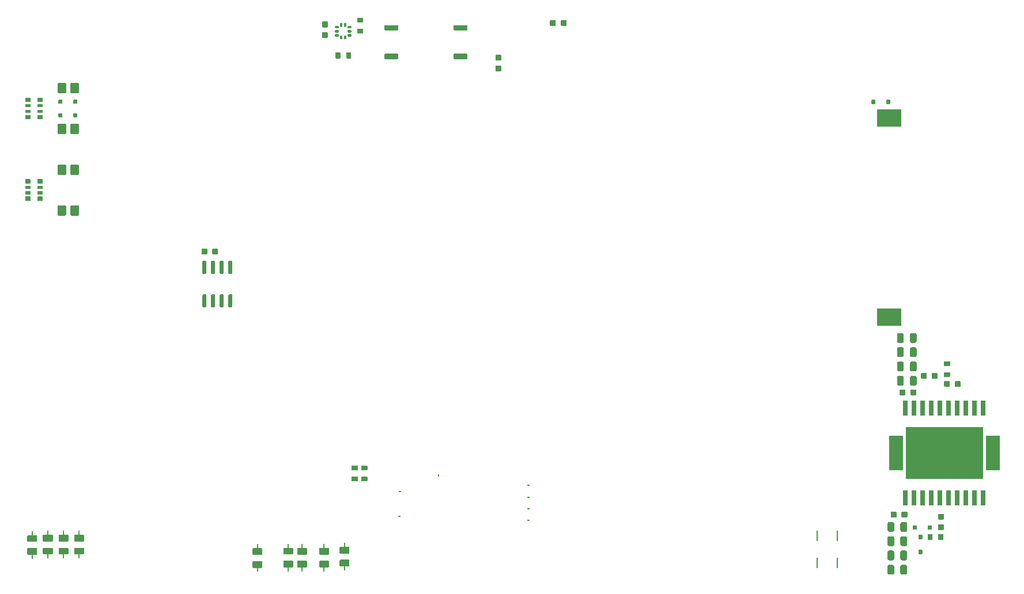
<source format=gtp>
G04 #@! TF.GenerationSoftware,KiCad,Pcbnew,(5.99.0-10192-g8d0191151d)*
G04 #@! TF.CreationDate,2021-04-27T20:27:15+03:00*
G04 #@! TF.ProjectId,hellen121vag,68656c6c-656e-4313-9231-7661672e6b69,a*
G04 #@! TF.SameCoordinates,PX2b953a0PY6943058*
G04 #@! TF.FileFunction,Paste,Top*
G04 #@! TF.FilePolarity,Positive*
%FSLAX46Y46*%
G04 Gerber Fmt 4.6, Leading zero omitted, Abs format (unit mm)*
G04 Created by KiCad (PCBNEW (5.99.0-10192-g8d0191151d)) date 2021-04-27 20:27:15*
%MOMM*%
%LPD*%
G01*
G04 APERTURE LIST*
%ADD10O,0.000001X0.000001*%
%ADD11R,0.203200X1.524000*%
%ADD12R,0.800000X2.200000*%
%ADD13R,2.032000X5.080000*%
%ADD14R,11.430000X7.620000*%
%ADD15R,3.600000X2.600000*%
%ADD16O,0.500000X0.250000*%
%ADD17O,0.250000X0.500000*%
G04 APERTURE END LIST*
G04 #@! TO.C,U3*
G36*
G01*
X34145000Y64850000D02*
X33845000Y64850000D01*
G75*
G02*
X33695000Y65000000I0J150000D01*
G01*
X33695000Y66650000D01*
G75*
G02*
X33845000Y66800000I150000J0D01*
G01*
X34145000Y66800000D01*
G75*
G02*
X34295000Y66650000I0J-150000D01*
G01*
X34295000Y65000000D01*
G75*
G02*
X34145000Y64850000I-150000J0D01*
G01*
G37*
G36*
G01*
X35415000Y64850000D02*
X35115000Y64850000D01*
G75*
G02*
X34965000Y65000000I0J150000D01*
G01*
X34965000Y66650000D01*
G75*
G02*
X35115000Y66800000I150000J0D01*
G01*
X35415000Y66800000D01*
G75*
G02*
X35565000Y66650000I0J-150000D01*
G01*
X35565000Y65000000D01*
G75*
G02*
X35415000Y64850000I-150000J0D01*
G01*
G37*
G36*
G01*
X36685000Y64850000D02*
X36385000Y64850000D01*
G75*
G02*
X36235000Y65000000I0J150000D01*
G01*
X36235000Y66650000D01*
G75*
G02*
X36385000Y66800000I150000J0D01*
G01*
X36685000Y66800000D01*
G75*
G02*
X36835000Y66650000I0J-150000D01*
G01*
X36835000Y65000000D01*
G75*
G02*
X36685000Y64850000I-150000J0D01*
G01*
G37*
G36*
G01*
X37955000Y64850000D02*
X37655000Y64850000D01*
G75*
G02*
X37505000Y65000000I0J150000D01*
G01*
X37505000Y66650000D01*
G75*
G02*
X37655000Y66800000I150000J0D01*
G01*
X37955000Y66800000D01*
G75*
G02*
X38105000Y66650000I0J-150000D01*
G01*
X38105000Y65000000D01*
G75*
G02*
X37955000Y64850000I-150000J0D01*
G01*
G37*
G36*
G01*
X37955000Y69800000D02*
X37655000Y69800000D01*
G75*
G02*
X37505000Y69950000I0J150000D01*
G01*
X37505000Y71600000D01*
G75*
G02*
X37655000Y71750000I150000J0D01*
G01*
X37955000Y71750000D01*
G75*
G02*
X38105000Y71600000I0J-150000D01*
G01*
X38105000Y69950000D01*
G75*
G02*
X37955000Y69800000I-150000J0D01*
G01*
G37*
G36*
G01*
X36685000Y69800000D02*
X36385000Y69800000D01*
G75*
G02*
X36235000Y69950000I0J150000D01*
G01*
X36235000Y71600000D01*
G75*
G02*
X36385000Y71750000I150000J0D01*
G01*
X36685000Y71750000D01*
G75*
G02*
X36835000Y71600000I0J-150000D01*
G01*
X36835000Y69950000D01*
G75*
G02*
X36685000Y69800000I-150000J0D01*
G01*
G37*
G36*
G01*
X35415000Y69800000D02*
X35115000Y69800000D01*
G75*
G02*
X34965000Y69950000I0J150000D01*
G01*
X34965000Y71600000D01*
G75*
G02*
X35115000Y71750000I150000J0D01*
G01*
X35415000Y71750000D01*
G75*
G02*
X35565000Y71600000I0J-150000D01*
G01*
X35565000Y69950000D01*
G75*
G02*
X35415000Y69800000I-150000J0D01*
G01*
G37*
G36*
G01*
X34145000Y69800000D02*
X33845000Y69800000D01*
G75*
G02*
X33695000Y69950000I0J150000D01*
G01*
X33695000Y71600000D01*
G75*
G02*
X33845000Y71750000I150000J0D01*
G01*
X34145000Y71750000D01*
G75*
G02*
X34295000Y71600000I0J-150000D01*
G01*
X34295000Y69950000D01*
G75*
G02*
X34145000Y69800000I-150000J0D01*
G01*
G37*
G04 #@! TD*
G04 #@! TO.C,C15*
G36*
G01*
X51360000Y106915001D02*
X52040000Y106915001D01*
G75*
G02*
X52125000Y106830001I0J-85000D01*
G01*
X52125000Y106150001D01*
G75*
G02*
X52040000Y106065001I-85000J0D01*
G01*
X51360000Y106065001D01*
G75*
G02*
X51275000Y106150001I0J85000D01*
G01*
X51275000Y106830001D01*
G75*
G02*
X51360000Y106915001I85000J0D01*
G01*
G37*
G36*
G01*
X51360000Y105334999D02*
X52040000Y105334999D01*
G75*
G02*
X52125000Y105249999I0J-85000D01*
G01*
X52125000Y104569999D01*
G75*
G02*
X52040000Y104484999I-85000J0D01*
G01*
X51360000Y104484999D01*
G75*
G02*
X51275000Y104569999I0J85000D01*
G01*
X51275000Y105249999D01*
G75*
G02*
X51360000Y105334999I85000J0D01*
G01*
G37*
G04 #@! TD*
G04 #@! TO.C,C6*
G36*
G01*
X77540000Y99584999D02*
X76860000Y99584999D01*
G75*
G02*
X76775000Y99669999I0J85000D01*
G01*
X76775000Y100349999D01*
G75*
G02*
X76860000Y100434999I85000J0D01*
G01*
X77540000Y100434999D01*
G75*
G02*
X77625000Y100349999I0J-85000D01*
G01*
X77625000Y99669999D01*
G75*
G02*
X77540000Y99584999I-85000J0D01*
G01*
G37*
G36*
G01*
X77540000Y101165001D02*
X76860000Y101165001D01*
G75*
G02*
X76775000Y101250001I0J85000D01*
G01*
X76775000Y101930001D01*
G75*
G02*
X76860000Y102015001I85000J0D01*
G01*
X77540000Y102015001D01*
G75*
G02*
X77625000Y101930001I0J-85000D01*
G01*
X77625000Y101250001D01*
G75*
G02*
X77540000Y101165001I-85000J0D01*
G01*
G37*
G04 #@! TD*
D10*
G04 #@! TO.C,M1*
X45912501Y97531666D03*
G04 #@! TD*
G04 #@! TO.C,M6*
X95546542Y48347505D03*
G04 #@! TD*
G04 #@! TO.C,D8*
G36*
G01*
X14312000Y90505000D02*
X14312000Y91745000D01*
G75*
G02*
X14442000Y91875000I130000J0D01*
G01*
X15482000Y91875000D01*
G75*
G02*
X15612000Y91745000I0J-130000D01*
G01*
X15612000Y90505000D01*
G75*
G02*
X15482000Y90375000I-130000J0D01*
G01*
X14442000Y90375000D01*
G75*
G02*
X14312000Y90505000I0J130000D01*
G01*
G37*
G36*
G01*
X12411979Y90505000D02*
X12411979Y91745000D01*
G75*
G02*
X12541979Y91875000I130000J0D01*
G01*
X13581979Y91875000D01*
G75*
G02*
X13711979Y91745000I0J-130000D01*
G01*
X13711979Y90505000D01*
G75*
G02*
X13581979Y90375000I-130000J0D01*
G01*
X12541979Y90375000D01*
G75*
G02*
X12411979Y90505000I0J130000D01*
G01*
G37*
G04 #@! TD*
G04 #@! TO.C,R13*
G36*
G01*
X8075000Y31375001D02*
X9325000Y31375001D01*
G75*
G02*
X9425000Y31275001I0J-100000D01*
G01*
X9425000Y30475001D01*
G75*
G02*
X9325000Y30375001I-100000J0D01*
G01*
X8075000Y30375001D01*
G75*
G02*
X7975000Y30475001I0J100000D01*
G01*
X7975000Y31275001D01*
G75*
G02*
X8075000Y31375001I100000J0D01*
G01*
G37*
D11*
X8700000Y31195000D03*
X8700000Y28655000D03*
G36*
G01*
X8075000Y29474979D02*
X9325000Y29474979D01*
G75*
G02*
X9425000Y29374979I0J-100000D01*
G01*
X9425000Y28574979D01*
G75*
G02*
X9325000Y28474979I-100000J0D01*
G01*
X8075000Y28474979D01*
G75*
G02*
X7975000Y28574979I0J100000D01*
G01*
X7975000Y29374979D01*
G75*
G02*
X8075000Y29474979I100000J0D01*
G01*
G37*
G04 #@! TD*
G04 #@! TO.C,R4*
G36*
G01*
X55225000Y26749999D02*
X53975000Y26749999D01*
G75*
G02*
X53875000Y26849999I0J100000D01*
G01*
X53875000Y27649999D01*
G75*
G02*
X53975000Y27749999I100000J0D01*
G01*
X55225000Y27749999D01*
G75*
G02*
X55325000Y27649999I0J-100000D01*
G01*
X55325000Y26849999D01*
G75*
G02*
X55225000Y26749999I-100000J0D01*
G01*
G37*
X54600000Y26930000D03*
G36*
G01*
X55225000Y28650021D02*
X53975000Y28650021D01*
G75*
G02*
X53875000Y28750021I0J100000D01*
G01*
X53875000Y29550021D01*
G75*
G02*
X53975000Y29650021I100000J0D01*
G01*
X55225000Y29650021D01*
G75*
G02*
X55325000Y29550021I0J-100000D01*
G01*
X55325000Y28750021D01*
G75*
G02*
X55225000Y28650021I-100000J0D01*
G01*
G37*
X54600000Y29470000D03*
G04 #@! TD*
G04 #@! TO.C,R16*
G36*
G01*
X7727000Y95725000D02*
X8397000Y95725000D01*
G75*
G02*
X8462000Y95660000I0J-65000D01*
G01*
X8462000Y95140000D01*
G75*
G02*
X8397000Y95075000I-65000J0D01*
G01*
X7727000Y95075000D01*
G75*
G02*
X7662000Y95140000I0J65000D01*
G01*
X7662000Y95660000D01*
G75*
G02*
X7727000Y95725000I65000J0D01*
G01*
G37*
G36*
G01*
X7707000Y94750000D02*
X8417000Y94750000D01*
G75*
G02*
X8462000Y94705000I0J-45000D01*
G01*
X8462000Y94345000D01*
G75*
G02*
X8417000Y94300000I-45000J0D01*
G01*
X7707000Y94300000D01*
G75*
G02*
X7662000Y94345000I0J45000D01*
G01*
X7662000Y94705000D01*
G75*
G02*
X7707000Y94750000I45000J0D01*
G01*
G37*
G36*
G01*
X7707000Y93950000D02*
X8417000Y93950000D01*
G75*
G02*
X8462000Y93905000I0J-45000D01*
G01*
X8462000Y93545000D01*
G75*
G02*
X8417000Y93500000I-45000J0D01*
G01*
X7707000Y93500000D01*
G75*
G02*
X7662000Y93545000I0J45000D01*
G01*
X7662000Y93905000D01*
G75*
G02*
X7707000Y93950000I45000J0D01*
G01*
G37*
G36*
G01*
X7727000Y93175000D02*
X8397000Y93175000D01*
G75*
G02*
X8462000Y93110000I0J-65000D01*
G01*
X8462000Y92590000D01*
G75*
G02*
X8397000Y92525000I-65000J0D01*
G01*
X7727000Y92525000D01*
G75*
G02*
X7662000Y92590000I0J65000D01*
G01*
X7662000Y93110000D01*
G75*
G02*
X7727000Y93175000I65000J0D01*
G01*
G37*
G36*
G01*
X9527000Y93175000D02*
X10197000Y93175000D01*
G75*
G02*
X10262000Y93110000I0J-65000D01*
G01*
X10262000Y92590000D01*
G75*
G02*
X10197000Y92525000I-65000J0D01*
G01*
X9527000Y92525000D01*
G75*
G02*
X9462000Y92590000I0J65000D01*
G01*
X9462000Y93110000D01*
G75*
G02*
X9527000Y93175000I65000J0D01*
G01*
G37*
G36*
G01*
X9507000Y93950000D02*
X10217000Y93950000D01*
G75*
G02*
X10262000Y93905000I0J-45000D01*
G01*
X10262000Y93545000D01*
G75*
G02*
X10217000Y93500000I-45000J0D01*
G01*
X9507000Y93500000D01*
G75*
G02*
X9462000Y93545000I0J45000D01*
G01*
X9462000Y93905000D01*
G75*
G02*
X9507000Y93950000I45000J0D01*
G01*
G37*
G36*
G01*
X9507000Y94750000D02*
X10217000Y94750000D01*
G75*
G02*
X10262000Y94705000I0J-45000D01*
G01*
X10262000Y94345000D01*
G75*
G02*
X10217000Y94300000I-45000J0D01*
G01*
X9507000Y94300000D01*
G75*
G02*
X9462000Y94345000I0J45000D01*
G01*
X9462000Y94705000D01*
G75*
G02*
X9507000Y94750000I45000J0D01*
G01*
G37*
G36*
G01*
X9527000Y95725000D02*
X10197000Y95725000D01*
G75*
G02*
X10262000Y95660000I0J-65000D01*
G01*
X10262000Y95140000D01*
G75*
G02*
X10197000Y95075000I-65000J0D01*
G01*
X9527000Y95075000D01*
G75*
G02*
X9462000Y95140000I0J65000D01*
G01*
X9462000Y95660000D01*
G75*
G02*
X9527000Y95725000I65000J0D01*
G01*
G37*
G04 #@! TD*
G04 #@! TO.C,C5*
G36*
G01*
X145122001Y53932163D02*
X145122001Y53252163D01*
G75*
G02*
X145037001Y53167163I-85000J0D01*
G01*
X144357001Y53167163D01*
G75*
G02*
X144272001Y53252163I0J85000D01*
G01*
X144272001Y53932163D01*
G75*
G02*
X144357001Y54017163I85000J0D01*
G01*
X145037001Y54017163D01*
G75*
G02*
X145122001Y53932163I0J-85000D01*
G01*
G37*
G36*
G01*
X143541999Y53932163D02*
X143541999Y53252163D01*
G75*
G02*
X143456999Y53167163I-85000J0D01*
G01*
X142776999Y53167163D01*
G75*
G02*
X142691999Y53252163I0J85000D01*
G01*
X142691999Y53932163D01*
G75*
G02*
X142776999Y54017163I85000J0D01*
G01*
X143456999Y54017163D01*
G75*
G02*
X143541999Y53932163I0J-85000D01*
G01*
G37*
G04 #@! TD*
G04 #@! TO.C,C11*
G36*
G01*
X134362000Y32104000D02*
X134362000Y33054000D01*
G75*
G02*
X134612000Y33304000I250000J0D01*
G01*
X135112000Y33304000D01*
G75*
G02*
X135362000Y33054000I0J-250000D01*
G01*
X135362000Y32104000D01*
G75*
G02*
X135112000Y31854000I-250000J0D01*
G01*
X134612000Y31854000D01*
G75*
G02*
X134362000Y32104000I0J250000D01*
G01*
G37*
G36*
G01*
X136262000Y32104000D02*
X136262000Y33054000D01*
G75*
G02*
X136512000Y33304000I250000J0D01*
G01*
X137012000Y33304000D01*
G75*
G02*
X137262000Y33054000I0J-250000D01*
G01*
X137262000Y32104000D01*
G75*
G02*
X137012000Y31854000I-250000J0D01*
G01*
X136512000Y31854000D01*
G75*
G02*
X136262000Y32104000I0J250000D01*
G01*
G37*
G04 #@! TD*
G04 #@! TO.C,R8*
G36*
G01*
X48975000Y26599999D02*
X47725000Y26599999D01*
G75*
G02*
X47625000Y26699999I0J100000D01*
G01*
X47625000Y27499999D01*
G75*
G02*
X47725000Y27599999I100000J0D01*
G01*
X48975000Y27599999D01*
G75*
G02*
X49075000Y27499999I0J-100000D01*
G01*
X49075000Y26699999D01*
G75*
G02*
X48975000Y26599999I-100000J0D01*
G01*
G37*
X48350000Y26780000D03*
X48350000Y29320000D03*
G36*
G01*
X48975000Y28500021D02*
X47725000Y28500021D01*
G75*
G02*
X47625000Y28600021I0J100000D01*
G01*
X47625000Y29400021D01*
G75*
G02*
X47725000Y29500021I100000J0D01*
G01*
X48975000Y29500021D01*
G75*
G02*
X49075000Y29400021I0J-100000D01*
G01*
X49075000Y28600021D01*
G75*
G02*
X48975000Y28500021I-100000J0D01*
G01*
G37*
G04 #@! TD*
G04 #@! TO.C,F1*
X124075000Y27250000D03*
X124075000Y31250010D03*
G04 #@! TD*
D12*
G04 #@! TO.C,U1*
X136992000Y36892163D03*
X138262000Y36892163D03*
X139532000Y36892163D03*
X140802000Y36892163D03*
X142072000Y36892163D03*
X143342000Y36892163D03*
X144612000Y36892163D03*
X145882000Y36892163D03*
X147152000Y36892163D03*
X148422000Y36892163D03*
X148422000Y50092163D03*
X147152000Y50092163D03*
X145882000Y50092163D03*
X144612000Y50092163D03*
X143342000Y50092163D03*
X142072000Y50092163D03*
X140802000Y50092163D03*
X139532000Y50092163D03*
X138262000Y50092163D03*
X136992000Y50092163D03*
D13*
X135595000Y43492163D03*
D14*
X142707000Y43492163D03*
D13*
X149819000Y43492163D03*
G04 #@! TD*
D10*
G04 #@! TO.C,M10*
X25350001Y74749997D03*
G04 #@! TD*
G04 #@! TO.C,D4*
G36*
G01*
X14312000Y96505000D02*
X14312000Y97745000D01*
G75*
G02*
X14442000Y97875000I130000J0D01*
G01*
X15482000Y97875000D01*
G75*
G02*
X15612000Y97745000I0J-130000D01*
G01*
X15612000Y96505000D01*
G75*
G02*
X15482000Y96375000I-130000J0D01*
G01*
X14442000Y96375000D01*
G75*
G02*
X14312000Y96505000I0J130000D01*
G01*
G37*
G36*
G01*
X12411979Y96505000D02*
X12411979Y97745000D01*
G75*
G02*
X12541979Y97875000I130000J0D01*
G01*
X13581979Y97875000D01*
G75*
G02*
X13711979Y97745000I0J-130000D01*
G01*
X13711979Y96505000D01*
G75*
G02*
X13581979Y96375000I-130000J0D01*
G01*
X12541979Y96375000D01*
G75*
G02*
X12411979Y96505000I0J130000D01*
G01*
G37*
G04 #@! TD*
G04 #@! TO.C,C16*
G36*
G01*
X36015001Y73440000D02*
X36015001Y72760000D01*
G75*
G02*
X35930001Y72675000I-85000J0D01*
G01*
X35250001Y72675000D01*
G75*
G02*
X35165001Y72760000I0J85000D01*
G01*
X35165001Y73440000D01*
G75*
G02*
X35250001Y73525000I85000J0D01*
G01*
X35930001Y73525000D01*
G75*
G02*
X36015001Y73440000I0J-85000D01*
G01*
G37*
G36*
G01*
X34434999Y73440000D02*
X34434999Y72760000D01*
G75*
G02*
X34349999Y72675000I-85000J0D01*
G01*
X33669999Y72675000D01*
G75*
G02*
X33584999Y72760000I0J85000D01*
G01*
X33584999Y73440000D01*
G75*
G02*
X33669999Y73525000I85000J0D01*
G01*
X34349999Y73525000D01*
G75*
G02*
X34434999Y73440000I0J-85000D01*
G01*
G37*
G04 #@! TD*
G04 #@! TO.C,S1*
G36*
G01*
X60542000Y106400001D02*
X62382000Y106400001D01*
G75*
G02*
X62462000Y106320001I0J-80000D01*
G01*
X62462000Y105680001D01*
G75*
G02*
X62382000Y105600001I-80000J0D01*
G01*
X60542000Y105600001D01*
G75*
G02*
X60462000Y105680001I0J80000D01*
G01*
X60462000Y106320001D01*
G75*
G02*
X60542000Y106400001I80000J0D01*
G01*
G37*
G36*
G01*
X60542000Y102200000D02*
X62382000Y102200000D01*
G75*
G02*
X62462000Y102120000I0J-80000D01*
G01*
X62462000Y101480000D01*
G75*
G02*
X62382000Y101400000I-80000J0D01*
G01*
X60542000Y101400000D01*
G75*
G02*
X60462000Y101480000I0J80000D01*
G01*
X60462000Y102120000D01*
G75*
G02*
X60542000Y102200000I80000J0D01*
G01*
G37*
G04 #@! TD*
D15*
G04 #@! TO.C,BT1*
X134600000Y92700000D03*
X134600000Y63400000D03*
G04 #@! TD*
G04 #@! TO.C,R5*
G36*
G01*
X142717000Y56942163D02*
X143497000Y56942163D01*
G75*
G02*
X143567000Y56872163I0J-70000D01*
G01*
X143567000Y56312163D01*
G75*
G02*
X143497000Y56242163I-70000J0D01*
G01*
X142717000Y56242163D01*
G75*
G02*
X142647000Y56312163I0J70000D01*
G01*
X142647000Y56872163D01*
G75*
G02*
X142717000Y56942163I70000J0D01*
G01*
G37*
G36*
G01*
X142717000Y55342163D02*
X143497000Y55342163D01*
G75*
G02*
X143567000Y55272163I0J-70000D01*
G01*
X143567000Y54712163D01*
G75*
G02*
X143497000Y54642163I-70000J0D01*
G01*
X142717000Y54642163D01*
G75*
G02*
X142647000Y54712163I0J70000D01*
G01*
X142647000Y55272163D01*
G75*
G02*
X142717000Y55342163I70000J0D01*
G01*
G37*
G04 #@! TD*
G04 #@! TO.C,U2*
G36*
G01*
X54200000Y104300000D02*
X54000000Y104300000D01*
G75*
G02*
X53900000Y104400000I0J100000D01*
G01*
X53900000Y104750000D01*
G75*
G02*
X54000000Y104850000I100000J0D01*
G01*
X54200000Y104850000D01*
G75*
G02*
X54300000Y104750000I0J-100000D01*
G01*
X54300000Y104400000D01*
G75*
G02*
X54200000Y104300000I-100000J0D01*
G01*
G37*
G36*
G01*
X54800000Y104300000D02*
X54600000Y104300000D01*
G75*
G02*
X54500000Y104400000I0J100000D01*
G01*
X54500000Y104750000D01*
G75*
G02*
X54600000Y104850000I100000J0D01*
G01*
X54800000Y104850000D01*
G75*
G02*
X54900000Y104750000I0J-100000D01*
G01*
X54900000Y104400000D01*
G75*
G02*
X54800000Y104300000I-100000J0D01*
G01*
G37*
G36*
G01*
X55500000Y104700000D02*
X55150000Y104700000D01*
G75*
G02*
X55050000Y104800000I0J100000D01*
G01*
X55050000Y105000000D01*
G75*
G02*
X55150000Y105100000I100000J0D01*
G01*
X55500000Y105100000D01*
G75*
G02*
X55600000Y105000000I0J-100000D01*
G01*
X55600000Y104800000D01*
G75*
G02*
X55500000Y104700000I-100000J0D01*
G01*
G37*
G36*
G01*
X55500000Y105300000D02*
X55150000Y105300000D01*
G75*
G02*
X55050000Y105400000I0J100000D01*
G01*
X55050000Y105600000D01*
G75*
G02*
X55150000Y105700000I100000J0D01*
G01*
X55500000Y105700000D01*
G75*
G02*
X55600000Y105600000I0J-100000D01*
G01*
X55600000Y105400000D01*
G75*
G02*
X55500000Y105300000I-100000J0D01*
G01*
G37*
G36*
G01*
X55500000Y105900000D02*
X55150000Y105900000D01*
G75*
G02*
X55050000Y106000000I0J100000D01*
G01*
X55050000Y106200000D01*
G75*
G02*
X55150000Y106300000I100000J0D01*
G01*
X55500000Y106300000D01*
G75*
G02*
X55600000Y106200000I0J-100000D01*
G01*
X55600000Y106000000D01*
G75*
G02*
X55500000Y105900000I-100000J0D01*
G01*
G37*
G36*
G01*
X54800000Y106150000D02*
X54600000Y106150000D01*
G75*
G02*
X54500000Y106250000I0J100000D01*
G01*
X54500000Y106600000D01*
G75*
G02*
X54600000Y106700000I100000J0D01*
G01*
X54800000Y106700000D01*
G75*
G02*
X54900000Y106600000I0J-100000D01*
G01*
X54900000Y106250000D01*
G75*
G02*
X54800000Y106150000I-100000J0D01*
G01*
G37*
G36*
G01*
X54200000Y106150000D02*
X54000000Y106150000D01*
G75*
G02*
X53900000Y106250000I0J100000D01*
G01*
X53900000Y106600000D01*
G75*
G02*
X54000000Y106700000I100000J0D01*
G01*
X54200000Y106700000D01*
G75*
G02*
X54300000Y106600000I0J-100000D01*
G01*
X54300000Y106250000D01*
G75*
G02*
X54200000Y106150000I-100000J0D01*
G01*
G37*
G36*
G01*
X53650000Y105900000D02*
X53300000Y105900000D01*
G75*
G02*
X53200000Y106000000I0J100000D01*
G01*
X53200000Y106200000D01*
G75*
G02*
X53300000Y106300000I100000J0D01*
G01*
X53650000Y106300000D01*
G75*
G02*
X53750000Y106200000I0J-100000D01*
G01*
X53750000Y106000000D01*
G75*
G02*
X53650000Y105900000I-100000J0D01*
G01*
G37*
G36*
G01*
X53650000Y105300000D02*
X53300000Y105300000D01*
G75*
G02*
X53200000Y105400000I0J100000D01*
G01*
X53200000Y105600000D01*
G75*
G02*
X53300000Y105700000I100000J0D01*
G01*
X53650000Y105700000D01*
G75*
G02*
X53750000Y105600000I0J-100000D01*
G01*
X53750000Y105400000D01*
G75*
G02*
X53650000Y105300000I-100000J0D01*
G01*
G37*
G36*
G01*
X53650000Y104700000D02*
X53300000Y104700000D01*
G75*
G02*
X53200000Y104800000I0J100000D01*
G01*
X53200000Y105000000D01*
G75*
G02*
X53300000Y105100000I100000J0D01*
G01*
X53650000Y105100000D01*
G75*
G02*
X53750000Y105000000I0J-100000D01*
G01*
X53750000Y104800000D01*
G75*
G02*
X53650000Y104700000I-100000J0D01*
G01*
G37*
G04 #@! TD*
G04 #@! TO.C,D5*
G36*
G01*
X15302000Y92825000D02*
X14822000Y92825000D01*
G75*
G02*
X14762000Y92885000I0J60000D01*
G01*
X14762000Y93365000D01*
G75*
G02*
X14822000Y93425000I60000J0D01*
G01*
X15302000Y93425000D01*
G75*
G02*
X15362000Y93365000I0J-60000D01*
G01*
X15362000Y92885000D01*
G75*
G02*
X15302000Y92825000I-60000J0D01*
G01*
G37*
G36*
G01*
X13102000Y92825000D02*
X12622000Y92825000D01*
G75*
G02*
X12562000Y92885000I0J60000D01*
G01*
X12562000Y93365000D01*
G75*
G02*
X12622000Y93425000I60000J0D01*
G01*
X13102000Y93425000D01*
G75*
G02*
X13162000Y93365000I0J-60000D01*
G01*
X13162000Y92885000D01*
G75*
G02*
X13102000Y92825000I-60000J0D01*
G01*
G37*
G04 #@! TD*
G04 #@! TO.C,R18*
G36*
G01*
X53274986Y101550001D02*
X53274986Y102330001D01*
G75*
G02*
X53344986Y102400001I70000J0D01*
G01*
X53904986Y102400001D01*
G75*
G02*
X53974986Y102330001I0J-70000D01*
G01*
X53974986Y101550001D01*
G75*
G02*
X53904986Y101480001I-70000J0D01*
G01*
X53344986Y101480001D01*
G75*
G02*
X53274986Y101550001I0J70000D01*
G01*
G37*
G36*
G01*
X54874986Y101550001D02*
X54874986Y102330001D01*
G75*
G02*
X54944986Y102400001I70000J0D01*
G01*
X55504986Y102400001D01*
G75*
G02*
X55574986Y102330001I0J-70000D01*
G01*
X55574986Y101550001D01*
G75*
G02*
X55504986Y101480001I-70000J0D01*
G01*
X54944986Y101480001D01*
G75*
G02*
X54874986Y101550001I0J70000D01*
G01*
G37*
G04 #@! TD*
G04 #@! TO.C,R10*
G36*
G01*
X12675000Y31425001D02*
X13925000Y31425001D01*
G75*
G02*
X14025000Y31325001I0J-100000D01*
G01*
X14025000Y30525001D01*
G75*
G02*
X13925000Y30425001I-100000J0D01*
G01*
X12675000Y30425001D01*
G75*
G02*
X12575000Y30525001I0J100000D01*
G01*
X12575000Y31325001D01*
G75*
G02*
X12675000Y31425001I100000J0D01*
G01*
G37*
D11*
X13300000Y31245000D03*
G36*
G01*
X12675000Y29524979D02*
X13925000Y29524979D01*
G75*
G02*
X14025000Y29424979I0J-100000D01*
G01*
X14025000Y28624979D01*
G75*
G02*
X13925000Y28524979I-100000J0D01*
G01*
X12675000Y28524979D01*
G75*
G02*
X12575000Y28624979I0J100000D01*
G01*
X12575000Y29424979D01*
G75*
G02*
X12675000Y29524979I100000J0D01*
G01*
G37*
X13300000Y28705000D03*
G04 #@! TD*
G04 #@! TO.C,D3*
G36*
G01*
X15302000Y94825000D02*
X14822000Y94825000D01*
G75*
G02*
X14762000Y94885000I0J60000D01*
G01*
X14762000Y95365000D01*
G75*
G02*
X14822000Y95425000I60000J0D01*
G01*
X15302000Y95425000D01*
G75*
G02*
X15362000Y95365000I0J-60000D01*
G01*
X15362000Y94885000D01*
G75*
G02*
X15302000Y94825000I-60000J0D01*
G01*
G37*
G36*
G01*
X13102000Y94825000D02*
X12622000Y94825000D01*
G75*
G02*
X12562000Y94885000I0J60000D01*
G01*
X12562000Y95365000D01*
G75*
G02*
X12622000Y95425000I60000J0D01*
G01*
X13102000Y95425000D01*
G75*
G02*
X13162000Y95365000I0J-60000D01*
G01*
X13162000Y94885000D01*
G75*
G02*
X13102000Y94825000I-60000J0D01*
G01*
G37*
G04 #@! TD*
G04 #@! TO.C,R9*
G36*
G01*
X52225000Y26599999D02*
X50975000Y26599999D01*
G75*
G02*
X50875000Y26699999I0J100000D01*
G01*
X50875000Y27499999D01*
G75*
G02*
X50975000Y27599999I100000J0D01*
G01*
X52225000Y27599999D01*
G75*
G02*
X52325000Y27499999I0J-100000D01*
G01*
X52325000Y26699999D01*
G75*
G02*
X52225000Y26599999I-100000J0D01*
G01*
G37*
X51600000Y26780000D03*
G36*
G01*
X52225000Y28500021D02*
X50975000Y28500021D01*
G75*
G02*
X50875000Y28600021I0J100000D01*
G01*
X50875000Y29400021D01*
G75*
G02*
X50975000Y29500021I100000J0D01*
G01*
X52225000Y29500021D01*
G75*
G02*
X52325000Y29400021I0J-100000D01*
G01*
X52325000Y28600021D01*
G75*
G02*
X52225000Y28500021I-100000J0D01*
G01*
G37*
X51600000Y29320000D03*
G04 #@! TD*
D16*
G04 #@! TO.C,M11*
X81649997Y38700000D03*
X81649997Y36974998D03*
X81649997Y35249998D03*
X81649997Y33550000D03*
D17*
X68449998Y40175000D03*
D16*
X62694124Y34153602D03*
X62699996Y37775000D03*
G04 #@! TD*
G04 #@! TO.C,C8*
G36*
G01*
X135762000Y57804000D02*
X135762000Y58754000D01*
G75*
G02*
X136012000Y59004000I250000J0D01*
G01*
X136512000Y59004000D01*
G75*
G02*
X136762000Y58754000I0J-250000D01*
G01*
X136762000Y57804000D01*
G75*
G02*
X136512000Y57554000I-250000J0D01*
G01*
X136012000Y57554000D01*
G75*
G02*
X135762000Y57804000I0J250000D01*
G01*
G37*
G36*
G01*
X137662000Y57804000D02*
X137662000Y58754000D01*
G75*
G02*
X137912000Y59004000I250000J0D01*
G01*
X138412000Y59004000D01*
G75*
G02*
X138662000Y58754000I0J-250000D01*
G01*
X138662000Y57804000D01*
G75*
G02*
X138412000Y57554000I-250000J0D01*
G01*
X137912000Y57554000D01*
G75*
G02*
X137662000Y57804000I0J250000D01*
G01*
G37*
G04 #@! TD*
G04 #@! TO.C,D9*
G36*
G01*
X132060000Y95400000D02*
X132540000Y95400000D01*
G75*
G02*
X132600000Y95340000I0J-60000D01*
G01*
X132600000Y94860000D01*
G75*
G02*
X132540000Y94800000I-60000J0D01*
G01*
X132060000Y94800000D01*
G75*
G02*
X132000000Y94860000I0J60000D01*
G01*
X132000000Y95340000D01*
G75*
G02*
X132060000Y95400000I60000J0D01*
G01*
G37*
G36*
G01*
X134260000Y95400000D02*
X134740000Y95400000D01*
G75*
G02*
X134800000Y95340000I0J-60000D01*
G01*
X134800000Y94860000D01*
G75*
G02*
X134740000Y94800000I-60000J0D01*
G01*
X134260000Y94800000D01*
G75*
G02*
X134200000Y94860000I0J60000D01*
G01*
X134200000Y95340000D01*
G75*
G02*
X134260000Y95400000I60000J0D01*
G01*
G37*
G04 #@! TD*
G04 #@! TO.C,R6*
G36*
G01*
X57110000Y41600000D02*
X57890000Y41600000D01*
G75*
G02*
X57960000Y41530000I0J-70000D01*
G01*
X57960000Y40970000D01*
G75*
G02*
X57890000Y40900000I-70000J0D01*
G01*
X57110000Y40900000D01*
G75*
G02*
X57040000Y40970000I0J70000D01*
G01*
X57040000Y41530000D01*
G75*
G02*
X57110000Y41600000I70000J0D01*
G01*
G37*
G36*
G01*
X57110000Y40000000D02*
X57890000Y40000000D01*
G75*
G02*
X57960000Y39930000I0J-70000D01*
G01*
X57960000Y39370000D01*
G75*
G02*
X57890000Y39300000I-70000J0D01*
G01*
X57110000Y39300000D01*
G75*
G02*
X57040000Y39370000I0J70000D01*
G01*
X57040000Y39930000D01*
G75*
G02*
X57110000Y40000000I70000J0D01*
G01*
G37*
G04 #@! TD*
G04 #@! TO.C,R19*
G36*
G01*
X56510000Y107450000D02*
X57290000Y107450000D01*
G75*
G02*
X57360000Y107380000I0J-70000D01*
G01*
X57360000Y106820000D01*
G75*
G02*
X57290000Y106750000I-70000J0D01*
G01*
X56510000Y106750000D01*
G75*
G02*
X56440000Y106820000I0J70000D01*
G01*
X56440000Y107380000D01*
G75*
G02*
X56510000Y107450000I70000J0D01*
G01*
G37*
G36*
G01*
X56510000Y105850000D02*
X57290000Y105850000D01*
G75*
G02*
X57360000Y105780000I0J-70000D01*
G01*
X57360000Y105220000D01*
G75*
G02*
X57290000Y105150000I-70000J0D01*
G01*
X56510000Y105150000D01*
G75*
G02*
X56440000Y105220000I0J70000D01*
G01*
X56440000Y105780000D01*
G75*
G02*
X56510000Y105850000I70000J0D01*
G01*
G37*
G04 #@! TD*
G04 #@! TO.C,C10*
G36*
G01*
X135762000Y53604000D02*
X135762000Y54554000D01*
G75*
G02*
X136012000Y54804000I250000J0D01*
G01*
X136512000Y54804000D01*
G75*
G02*
X136762000Y54554000I0J-250000D01*
G01*
X136762000Y53604000D01*
G75*
G02*
X136512000Y53354000I-250000J0D01*
G01*
X136012000Y53354000D01*
G75*
G02*
X135762000Y53604000I0J250000D01*
G01*
G37*
G36*
G01*
X137662000Y53604000D02*
X137662000Y54554000D01*
G75*
G02*
X137912000Y54804000I250000J0D01*
G01*
X138412000Y54804000D01*
G75*
G02*
X138662000Y54554000I0J-250000D01*
G01*
X138662000Y53604000D01*
G75*
G02*
X138412000Y53354000I-250000J0D01*
G01*
X137912000Y53354000D01*
G75*
G02*
X137662000Y53604000I0J250000D01*
G01*
G37*
G04 #@! TD*
G04 #@! TO.C,R2*
G36*
G01*
X46950000Y26619999D02*
X45700000Y26619999D01*
G75*
G02*
X45600000Y26719999I0J100000D01*
G01*
X45600000Y27519999D01*
G75*
G02*
X45700000Y27619999I100000J0D01*
G01*
X46950000Y27619999D01*
G75*
G02*
X47050000Y27519999I0J-100000D01*
G01*
X47050000Y26719999D01*
G75*
G02*
X46950000Y26619999I-100000J0D01*
G01*
G37*
D11*
X46325000Y26800000D03*
G36*
G01*
X46950000Y28520021D02*
X45700000Y28520021D01*
G75*
G02*
X45600000Y28620021I0J100000D01*
G01*
X45600000Y29420021D01*
G75*
G02*
X45700000Y29520021I100000J0D01*
G01*
X46950000Y29520021D01*
G75*
G02*
X47050000Y29420021I0J-100000D01*
G01*
X47050000Y28620021D01*
G75*
G02*
X46950000Y28520021I-100000J0D01*
G01*
G37*
X46325000Y29340000D03*
G04 #@! TD*
G04 #@! TO.C,R12*
X15600000Y31245021D03*
G36*
G01*
X14975000Y31425022D02*
X16225000Y31425022D01*
G75*
G02*
X16325000Y31325022I0J-100000D01*
G01*
X16325000Y30525022D01*
G75*
G02*
X16225000Y30425022I-100000J0D01*
G01*
X14975000Y30425022D01*
G75*
G02*
X14875000Y30525022I0J100000D01*
G01*
X14875000Y31325022D01*
G75*
G02*
X14975000Y31425022I100000J0D01*
G01*
G37*
X15600000Y28705021D03*
G36*
G01*
X14975000Y29525000D02*
X16225000Y29525000D01*
G75*
G02*
X16325000Y29425000I0J-100000D01*
G01*
X16325000Y28625000D01*
G75*
G02*
X16225000Y28525000I-100000J0D01*
G01*
X14975000Y28525000D01*
G75*
G02*
X14875000Y28625000I0J100000D01*
G01*
X14875000Y29425000D01*
G75*
G02*
X14975000Y29525000I100000J0D01*
G01*
G37*
G04 #@! TD*
G04 #@! TO.C,F2*
X126975000Y27250000D03*
X126975000Y31250010D03*
G04 #@! TD*
G04 #@! TO.C,C14*
G36*
G01*
X134362000Y30004000D02*
X134362000Y30954000D01*
G75*
G02*
X134612000Y31204000I250000J0D01*
G01*
X135112000Y31204000D01*
G75*
G02*
X135362000Y30954000I0J-250000D01*
G01*
X135362000Y30004000D01*
G75*
G02*
X135112000Y29754000I-250000J0D01*
G01*
X134612000Y29754000D01*
G75*
G02*
X134362000Y30004000I0J250000D01*
G01*
G37*
G36*
G01*
X136262000Y30004000D02*
X136262000Y30954000D01*
G75*
G02*
X136512000Y31204000I250000J0D01*
G01*
X137012000Y31204000D01*
G75*
G02*
X137262000Y30954000I0J-250000D01*
G01*
X137262000Y30004000D01*
G75*
G02*
X137012000Y29754000I-250000J0D01*
G01*
X136512000Y29754000D01*
G75*
G02*
X136262000Y30004000I0J250000D01*
G01*
G37*
G04 #@! TD*
G04 #@! TO.C,C3*
G36*
G01*
X141722001Y55132163D02*
X141722001Y54452163D01*
G75*
G02*
X141637001Y54367163I-85000J0D01*
G01*
X140957001Y54367163D01*
G75*
G02*
X140872001Y54452163I0J85000D01*
G01*
X140872001Y55132163D01*
G75*
G02*
X140957001Y55217163I85000J0D01*
G01*
X141637001Y55217163D01*
G75*
G02*
X141722001Y55132163I0J-85000D01*
G01*
G37*
G36*
G01*
X140141999Y55132163D02*
X140141999Y54452163D01*
G75*
G02*
X140056999Y54367163I-85000J0D01*
G01*
X139376999Y54367163D01*
G75*
G02*
X139291999Y54452163I0J85000D01*
G01*
X139291999Y55132163D01*
G75*
G02*
X139376999Y55217163I85000J0D01*
G01*
X140056999Y55217163D01*
G75*
G02*
X140141999Y55132163I0J-85000D01*
G01*
G37*
G04 #@! TD*
G04 #@! TO.C,C2*
G36*
G01*
X134856998Y34039000D02*
X134856998Y34719000D01*
G75*
G02*
X134941998Y34804000I85000J0D01*
G01*
X135621998Y34804000D01*
G75*
G02*
X135706998Y34719000I0J-85000D01*
G01*
X135706998Y34039000D01*
G75*
G02*
X135621998Y33954000I-85000J0D01*
G01*
X134941998Y33954000D01*
G75*
G02*
X134856998Y34039000I0J85000D01*
G01*
G37*
G36*
G01*
X136437000Y34039000D02*
X136437000Y34719000D01*
G75*
G02*
X136522000Y34804000I85000J0D01*
G01*
X137202000Y34804000D01*
G75*
G02*
X137287000Y34719000I0J-85000D01*
G01*
X137287000Y34039000D01*
G75*
G02*
X137202000Y33954000I-85000J0D01*
G01*
X136522000Y33954000D01*
G75*
G02*
X136437000Y34039000I0J85000D01*
G01*
G37*
G04 #@! TD*
G04 #@! TO.C,C12*
G36*
G01*
X134362000Y27904000D02*
X134362000Y28854000D01*
G75*
G02*
X134612000Y29104000I250000J0D01*
G01*
X135112000Y29104000D01*
G75*
G02*
X135362000Y28854000I0J-250000D01*
G01*
X135362000Y27904000D01*
G75*
G02*
X135112000Y27654000I-250000J0D01*
G01*
X134612000Y27654000D01*
G75*
G02*
X134362000Y27904000I0J250000D01*
G01*
G37*
G36*
G01*
X136262000Y27904000D02*
X136262000Y28854000D01*
G75*
G02*
X136512000Y29104000I250000J0D01*
G01*
X137012000Y29104000D01*
G75*
G02*
X137262000Y28854000I0J-250000D01*
G01*
X137262000Y27904000D01*
G75*
G02*
X137012000Y27654000I-250000J0D01*
G01*
X136512000Y27654000D01*
G75*
G02*
X136262000Y27904000I0J250000D01*
G01*
G37*
G04 #@! TD*
G04 #@! TO.C,C7*
G36*
G01*
X135762000Y59904000D02*
X135762000Y60854000D01*
G75*
G02*
X136012000Y61104000I250000J0D01*
G01*
X136512000Y61104000D01*
G75*
G02*
X136762000Y60854000I0J-250000D01*
G01*
X136762000Y59904000D01*
G75*
G02*
X136512000Y59654000I-250000J0D01*
G01*
X136012000Y59654000D01*
G75*
G02*
X135762000Y59904000I0J250000D01*
G01*
G37*
G36*
G01*
X137662000Y59904000D02*
X137662000Y60854000D01*
G75*
G02*
X137912000Y61104000I250000J0D01*
G01*
X138412000Y61104000D01*
G75*
G02*
X138662000Y60854000I0J-250000D01*
G01*
X138662000Y59904000D01*
G75*
G02*
X138412000Y59654000I-250000J0D01*
G01*
X137912000Y59654000D01*
G75*
G02*
X137662000Y59904000I0J250000D01*
G01*
G37*
G04 #@! TD*
G04 #@! TO.C,C9*
G36*
G01*
X135762000Y55704000D02*
X135762000Y56654000D01*
G75*
G02*
X136012000Y56904000I250000J0D01*
G01*
X136512000Y56904000D01*
G75*
G02*
X136762000Y56654000I0J-250000D01*
G01*
X136762000Y55704000D01*
G75*
G02*
X136512000Y55454000I-250000J0D01*
G01*
X136012000Y55454000D01*
G75*
G02*
X135762000Y55704000I0J250000D01*
G01*
G37*
G36*
G01*
X137662000Y55704000D02*
X137662000Y56654000D01*
G75*
G02*
X137912000Y56904000I250000J0D01*
G01*
X138412000Y56904000D01*
G75*
G02*
X138662000Y56654000I0J-250000D01*
G01*
X138662000Y55704000D01*
G75*
G02*
X138412000Y55454000I-250000J0D01*
G01*
X137912000Y55454000D01*
G75*
G02*
X137662000Y55704000I0J250000D01*
G01*
G37*
G04 #@! TD*
D10*
G04 #@! TO.C,M2*
X127107496Y94825008D03*
X88412498Y95369312D03*
X103287500Y98775023D03*
X127107501Y96725009D03*
X90112515Y93367335D03*
G04 #@! TD*
G04 #@! TO.C,R17*
G36*
G01*
X7727000Y83725000D02*
X8397000Y83725000D01*
G75*
G02*
X8462000Y83660000I0J-65000D01*
G01*
X8462000Y83140000D01*
G75*
G02*
X8397000Y83075000I-65000J0D01*
G01*
X7727000Y83075000D01*
G75*
G02*
X7662000Y83140000I0J65000D01*
G01*
X7662000Y83660000D01*
G75*
G02*
X7727000Y83725000I65000J0D01*
G01*
G37*
G36*
G01*
X7707000Y82750000D02*
X8417000Y82750000D01*
G75*
G02*
X8462000Y82705000I0J-45000D01*
G01*
X8462000Y82345000D01*
G75*
G02*
X8417000Y82300000I-45000J0D01*
G01*
X7707000Y82300000D01*
G75*
G02*
X7662000Y82345000I0J45000D01*
G01*
X7662000Y82705000D01*
G75*
G02*
X7707000Y82750000I45000J0D01*
G01*
G37*
G36*
G01*
X7707000Y81950000D02*
X8417000Y81950000D01*
G75*
G02*
X8462000Y81905000I0J-45000D01*
G01*
X8462000Y81545000D01*
G75*
G02*
X8417000Y81500000I-45000J0D01*
G01*
X7707000Y81500000D01*
G75*
G02*
X7662000Y81545000I0J45000D01*
G01*
X7662000Y81905000D01*
G75*
G02*
X7707000Y81950000I45000J0D01*
G01*
G37*
G36*
G01*
X7727000Y81175000D02*
X8397000Y81175000D01*
G75*
G02*
X8462000Y81110000I0J-65000D01*
G01*
X8462000Y80590000D01*
G75*
G02*
X8397000Y80525000I-65000J0D01*
G01*
X7727000Y80525000D01*
G75*
G02*
X7662000Y80590000I0J65000D01*
G01*
X7662000Y81110000D01*
G75*
G02*
X7727000Y81175000I65000J0D01*
G01*
G37*
G36*
G01*
X9527000Y81175000D02*
X10197000Y81175000D01*
G75*
G02*
X10262000Y81110000I0J-65000D01*
G01*
X10262000Y80590000D01*
G75*
G02*
X10197000Y80525000I-65000J0D01*
G01*
X9527000Y80525000D01*
G75*
G02*
X9462000Y80590000I0J65000D01*
G01*
X9462000Y81110000D01*
G75*
G02*
X9527000Y81175000I65000J0D01*
G01*
G37*
G36*
G01*
X9507000Y81950000D02*
X10217000Y81950000D01*
G75*
G02*
X10262000Y81905000I0J-45000D01*
G01*
X10262000Y81545000D01*
G75*
G02*
X10217000Y81500000I-45000J0D01*
G01*
X9507000Y81500000D01*
G75*
G02*
X9462000Y81545000I0J45000D01*
G01*
X9462000Y81905000D01*
G75*
G02*
X9507000Y81950000I45000J0D01*
G01*
G37*
G36*
G01*
X9507000Y82750000D02*
X10217000Y82750000D01*
G75*
G02*
X10262000Y82705000I0J-45000D01*
G01*
X10262000Y82345000D01*
G75*
G02*
X10217000Y82300000I-45000J0D01*
G01*
X9507000Y82300000D01*
G75*
G02*
X9462000Y82345000I0J45000D01*
G01*
X9462000Y82705000D01*
G75*
G02*
X9507000Y82750000I45000J0D01*
G01*
G37*
G36*
G01*
X9527000Y83725000D02*
X10197000Y83725000D01*
G75*
G02*
X10262000Y83660000I0J-65000D01*
G01*
X10262000Y83140000D01*
G75*
G02*
X10197000Y83075000I-65000J0D01*
G01*
X9527000Y83075000D01*
G75*
G02*
X9462000Y83140000I0J65000D01*
G01*
X9462000Y83660000D01*
G75*
G02*
X9527000Y83725000I65000J0D01*
G01*
G37*
G04 #@! TD*
D11*
G04 #@! TO.C,R3*
X41800000Y26735000D03*
G36*
G01*
X42425000Y26554999D02*
X41175000Y26554999D01*
G75*
G02*
X41075000Y26654999I0J100000D01*
G01*
X41075000Y27454999D01*
G75*
G02*
X41175000Y27554999I100000J0D01*
G01*
X42425000Y27554999D01*
G75*
G02*
X42525000Y27454999I0J-100000D01*
G01*
X42525000Y26654999D01*
G75*
G02*
X42425000Y26554999I-100000J0D01*
G01*
G37*
X41800000Y29275000D03*
G36*
G01*
X42425000Y28455021D02*
X41175000Y28455021D01*
G75*
G02*
X41075000Y28555021I0J100000D01*
G01*
X41075000Y29355021D01*
G75*
G02*
X41175000Y29455021I100000J0D01*
G01*
X42425000Y29455021D01*
G75*
G02*
X42525000Y29355021I0J-100000D01*
G01*
X42525000Y28555021D01*
G75*
G02*
X42425000Y28455021I-100000J0D01*
G01*
G37*
G04 #@! TD*
G04 #@! TO.C,S2*
G36*
G01*
X72545000Y101399999D02*
X70705000Y101399999D01*
G75*
G02*
X70625000Y101479999I0J80000D01*
G01*
X70625000Y102119999D01*
G75*
G02*
X70705000Y102199999I80000J0D01*
G01*
X72545000Y102199999D01*
G75*
G02*
X72625000Y102119999I0J-80000D01*
G01*
X72625000Y101479999D01*
G75*
G02*
X72545000Y101399999I-80000J0D01*
G01*
G37*
G36*
G01*
X72545000Y105600000D02*
X70705000Y105600000D01*
G75*
G02*
X70625000Y105680000I0J80000D01*
G01*
X70625000Y106320000D01*
G75*
G02*
X70705000Y106400000I80000J0D01*
G01*
X72545000Y106400000D01*
G75*
G02*
X72625000Y106320000I0J-80000D01*
G01*
X72625000Y105680000D01*
G75*
G02*
X72545000Y105600000I-80000J0D01*
G01*
G37*
G04 #@! TD*
G04 #@! TO.C,D7*
G36*
G01*
X14312000Y78505000D02*
X14312000Y79745000D01*
G75*
G02*
X14442000Y79875000I130000J0D01*
G01*
X15482000Y79875000D01*
G75*
G02*
X15612000Y79745000I0J-130000D01*
G01*
X15612000Y78505000D01*
G75*
G02*
X15482000Y78375000I-130000J0D01*
G01*
X14442000Y78375000D01*
G75*
G02*
X14312000Y78505000I0J130000D01*
G01*
G37*
G36*
G01*
X12411979Y78505000D02*
X12411979Y79745000D01*
G75*
G02*
X12541979Y79875000I130000J0D01*
G01*
X13581979Y79875000D01*
G75*
G02*
X13711979Y79745000I0J-130000D01*
G01*
X13711979Y78505000D01*
G75*
G02*
X13581979Y78375000I-130000J0D01*
G01*
X12541979Y78375000D01*
G75*
G02*
X12411979Y78505000I0J130000D01*
G01*
G37*
G04 #@! TD*
G04 #@! TO.C,C13*
G36*
G01*
X134362000Y25804000D02*
X134362000Y26754000D01*
G75*
G02*
X134612000Y27004000I250000J0D01*
G01*
X135112000Y27004000D01*
G75*
G02*
X135362000Y26754000I0J-250000D01*
G01*
X135362000Y25804000D01*
G75*
G02*
X135112000Y25554000I-250000J0D01*
G01*
X134612000Y25554000D01*
G75*
G02*
X134362000Y25804000I0J250000D01*
G01*
G37*
G36*
G01*
X136262000Y25804000D02*
X136262000Y26754000D01*
G75*
G02*
X136512000Y27004000I250000J0D01*
G01*
X137012000Y27004000D01*
G75*
G02*
X137262000Y26754000I0J-250000D01*
G01*
X137262000Y25804000D01*
G75*
G02*
X137012000Y25554000I-250000J0D01*
G01*
X136512000Y25554000D01*
G75*
G02*
X136262000Y25804000I0J250000D01*
G01*
G37*
G04 #@! TD*
G04 #@! TO.C,R1*
G36*
G01*
X140257000Y30702163D02*
X140257000Y31482163D01*
G75*
G02*
X140327000Y31552163I70000J0D01*
G01*
X140887000Y31552163D01*
G75*
G02*
X140957000Y31482163I0J-70000D01*
G01*
X140957000Y30702163D01*
G75*
G02*
X140887000Y30632163I-70000J0D01*
G01*
X140327000Y30632163D01*
G75*
G02*
X140257000Y30702163I0J70000D01*
G01*
G37*
G36*
G01*
X141857000Y30702163D02*
X141857000Y31482163D01*
G75*
G02*
X141927000Y31552163I70000J0D01*
G01*
X142487000Y31552163D01*
G75*
G02*
X142557000Y31482163I0J-70000D01*
G01*
X142557000Y30702163D01*
G75*
G02*
X142487000Y30632163I-70000J0D01*
G01*
X141927000Y30632163D01*
G75*
G02*
X141857000Y30702163I0J70000D01*
G01*
G37*
G04 #@! TD*
G04 #@! TO.C,D2*
G36*
G01*
X138167000Y32792163D02*
X138647000Y32792163D01*
G75*
G02*
X138707000Y32732163I0J-60000D01*
G01*
X138707000Y32252163D01*
G75*
G02*
X138647000Y32192163I-60000J0D01*
G01*
X138167000Y32192163D01*
G75*
G02*
X138107000Y32252163I0J60000D01*
G01*
X138107000Y32732163D01*
G75*
G02*
X138167000Y32792163I60000J0D01*
G01*
G37*
G36*
G01*
X140367000Y32792163D02*
X140847000Y32792163D01*
G75*
G02*
X140907000Y32732163I0J-60000D01*
G01*
X140907000Y32252163D01*
G75*
G02*
X140847000Y32192163I-60000J0D01*
G01*
X140367000Y32192163D01*
G75*
G02*
X140307000Y32252163I0J60000D01*
G01*
X140307000Y32732163D01*
G75*
G02*
X140367000Y32792163I60000J0D01*
G01*
G37*
G04 #@! TD*
G04 #@! TO.C,D6*
G36*
G01*
X14312000Y84505000D02*
X14312000Y85745000D01*
G75*
G02*
X14442000Y85875000I130000J0D01*
G01*
X15482000Y85875000D01*
G75*
G02*
X15612000Y85745000I0J-130000D01*
G01*
X15612000Y84505000D01*
G75*
G02*
X15482000Y84375000I-130000J0D01*
G01*
X14442000Y84375000D01*
G75*
G02*
X14312000Y84505000I0J130000D01*
G01*
G37*
G36*
G01*
X12411979Y84505000D02*
X12411979Y85745000D01*
G75*
G02*
X12541979Y85875000I130000J0D01*
G01*
X13581979Y85875000D01*
G75*
G02*
X13711979Y85745000I0J-130000D01*
G01*
X13711979Y84505000D01*
G75*
G02*
X13581979Y84375000I-130000J0D01*
G01*
X12541979Y84375000D01*
G75*
G02*
X12411979Y84505000I0J130000D01*
G01*
G37*
G04 #@! TD*
G04 #@! TO.C,C17*
G36*
G01*
X87215001Y107040000D02*
X87215001Y106360000D01*
G75*
G02*
X87130001Y106275000I-85000J0D01*
G01*
X86450001Y106275000D01*
G75*
G02*
X86365001Y106360000I0J85000D01*
G01*
X86365001Y107040000D01*
G75*
G02*
X86450001Y107125000I85000J0D01*
G01*
X87130001Y107125000D01*
G75*
G02*
X87215001Y107040000I0J-85000D01*
G01*
G37*
G36*
G01*
X85634999Y107040000D02*
X85634999Y106360000D01*
G75*
G02*
X85549999Y106275000I-85000J0D01*
G01*
X84869999Y106275000D01*
G75*
G02*
X84784999Y106360000I0J85000D01*
G01*
X84784999Y107040000D01*
G75*
G02*
X84869999Y107125000I85000J0D01*
G01*
X85549999Y107125000D01*
G75*
G02*
X85634999Y107040000I0J-85000D01*
G01*
G37*
G04 #@! TD*
G04 #@! TO.C,D1*
G36*
G01*
X139507000Y31332163D02*
X139507000Y30852163D01*
G75*
G02*
X139447000Y30792163I-60000J0D01*
G01*
X138967000Y30792163D01*
G75*
G02*
X138907000Y30852163I0J60000D01*
G01*
X138907000Y31332163D01*
G75*
G02*
X138967000Y31392163I60000J0D01*
G01*
X139447000Y31392163D01*
G75*
G02*
X139507000Y31332163I0J-60000D01*
G01*
G37*
G36*
G01*
X139507000Y29132163D02*
X139507000Y28652163D01*
G75*
G02*
X139447000Y28592163I-60000J0D01*
G01*
X138967000Y28592163D01*
G75*
G02*
X138907000Y28652163I0J60000D01*
G01*
X138907000Y29132163D01*
G75*
G02*
X138967000Y29192163I60000J0D01*
G01*
X139447000Y29192163D01*
G75*
G02*
X139507000Y29132163I0J-60000D01*
G01*
G37*
G04 #@! TD*
G04 #@! TO.C,C4*
G36*
G01*
X141867000Y34517163D02*
X142547000Y34517163D01*
G75*
G02*
X142632000Y34432163I0J-85000D01*
G01*
X142632000Y33752163D01*
G75*
G02*
X142547000Y33667163I-85000J0D01*
G01*
X141867000Y33667163D01*
G75*
G02*
X141782000Y33752163I0J85000D01*
G01*
X141782000Y34432163D01*
G75*
G02*
X141867000Y34517163I85000J0D01*
G01*
G37*
G36*
G01*
X141867000Y32937161D02*
X142547000Y32937161D01*
G75*
G02*
X142632000Y32852161I0J-85000D01*
G01*
X142632000Y32172161D01*
G75*
G02*
X142547000Y32087161I-85000J0D01*
G01*
X141867000Y32087161D01*
G75*
G02*
X141782000Y32172161I0J85000D01*
G01*
X141782000Y32852161D01*
G75*
G02*
X141867000Y32937161I85000J0D01*
G01*
G37*
G04 #@! TD*
G04 #@! TO.C,C1*
G36*
G01*
X136156998Y52039000D02*
X136156998Y52719000D01*
G75*
G02*
X136241998Y52804000I85000J0D01*
G01*
X136921998Y52804000D01*
G75*
G02*
X137006998Y52719000I0J-85000D01*
G01*
X137006998Y52039000D01*
G75*
G02*
X136921998Y51954000I-85000J0D01*
G01*
X136241998Y51954000D01*
G75*
G02*
X136156998Y52039000I0J85000D01*
G01*
G37*
G36*
G01*
X137737000Y52039000D02*
X137737000Y52719000D01*
G75*
G02*
X137822000Y52804000I85000J0D01*
G01*
X138502000Y52804000D01*
G75*
G02*
X138587000Y52719000I0J-85000D01*
G01*
X138587000Y52039000D01*
G75*
G02*
X138502000Y51954000I-85000J0D01*
G01*
X137822000Y51954000D01*
G75*
G02*
X137737000Y52039000I0J85000D01*
G01*
G37*
G04 #@! TD*
G04 #@! TO.C,R7*
G36*
G01*
X55710000Y41600000D02*
X56490000Y41600000D01*
G75*
G02*
X56560000Y41530000I0J-70000D01*
G01*
X56560000Y40970000D01*
G75*
G02*
X56490000Y40900000I-70000J0D01*
G01*
X55710000Y40900000D01*
G75*
G02*
X55640000Y40970000I0J70000D01*
G01*
X55640000Y41530000D01*
G75*
G02*
X55710000Y41600000I70000J0D01*
G01*
G37*
G36*
G01*
X55710000Y40000000D02*
X56490000Y40000000D01*
G75*
G02*
X56560000Y39930000I0J-70000D01*
G01*
X56560000Y39370000D01*
G75*
G02*
X56490000Y39300000I-70000J0D01*
G01*
X55710000Y39300000D01*
G75*
G02*
X55640000Y39370000I0J70000D01*
G01*
X55640000Y39930000D01*
G75*
G02*
X55710000Y40000000I70000J0D01*
G01*
G37*
G04 #@! TD*
D10*
G04 #@! TO.C,M8*
X93090985Y53412113D03*
X93005784Y47909548D03*
X83765980Y46487113D03*
G36*
G01*
X84265989Y43487116D02*
X84265989Y43487116D01*
X84265989Y43487116D01*
X84265989Y43487116D01*
X84265989Y43487116D01*
G37*
G04 #@! TD*
D11*
G04 #@! TO.C,R11*
X11000000Y31245000D03*
G36*
G01*
X10375000Y31425001D02*
X11625000Y31425001D01*
G75*
G02*
X11725000Y31325001I0J-100000D01*
G01*
X11725000Y30525001D01*
G75*
G02*
X11625000Y30425001I-100000J0D01*
G01*
X10375000Y30425001D01*
G75*
G02*
X10275000Y30525001I0J100000D01*
G01*
X10275000Y31325001D01*
G75*
G02*
X10375000Y31425001I100000J0D01*
G01*
G37*
G36*
G01*
X10375000Y29524979D02*
X11625000Y29524979D01*
G75*
G02*
X11725000Y29424979I0J-100000D01*
G01*
X11725000Y28624979D01*
G75*
G02*
X11625000Y28524979I-100000J0D01*
G01*
X10375000Y28524979D01*
G75*
G02*
X10275000Y28624979I0J100000D01*
G01*
X10275000Y29424979D01*
G75*
G02*
X10375000Y29524979I100000J0D01*
G01*
G37*
X11000000Y28705000D03*
G04 #@! TD*
M02*

</source>
